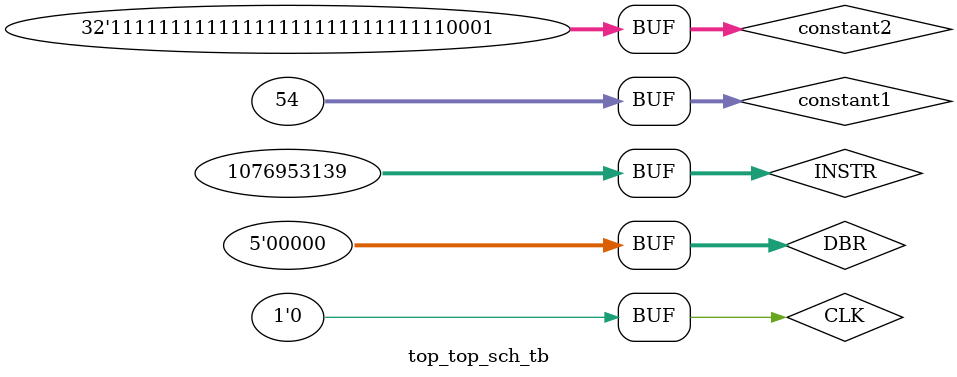
<source format=v>

`timescale 1ns / 1ps

module top_top_sch_tb();

// Inputs
   reg CLK;
   reg [31:0] INSTR;
   reg [4:0] DBR;

// Output
   wire [31:0] B;
   wire [31:0] A;
   wire [31:0] IMM;
   wire [4:0] AR;
   wire [4:0] BR;
   wire [4:0] AW;
   wire WE;
   wire [31:0] DBO;
   wire V;
   wire Z;
   wire N;
   wire C;
   wire [31:0] D;

// Bidirs

// Instantiate the UUT
   top UUT (
		.B(B), 
		.A(A), 
		.IMM(IMM), 
		.AR(AR), 
		.BR(BR), 
		.AW(AW), 
		.WE(WE), 
		.CLK(CLK), 
		.INSTR(INSTR), 
		.DBO(DBO), 
		.DBR(DBR), 
		.V(V), 
		.Z(Z), 
		.N(N), 
		.C(C), 
		.D(D)
   );
	
	// Instruction opcodes
	parameter LUI = 7'b0110111;
	parameter AUIPC = 7'b0010111;
	parameter JAL = 7'b1101111;
	parameter JALR = 7'b1100111;
	parameter BTYPE = 7'b1100011;
	parameter LOADS = 7'b0000011;
	parameter STORES = 7'b0100011;
	parameter ARITHM_I = 7'b0010011;
	parameter ARITHM_R = 7'b0110011;
	// Constants making up part of the instruction
	parameter FUNCT3_ADD_SUB = 3'b000;
	parameter FUNCT3_SLL = 3'b001;
	parameter FUNCT3_SLT = 3'b010;
	parameter FUNCT3_SLU = 3'b011;
	parameter FUNCT3_XOR = 3'b100;
	parameter FUNCT3_SRX = 3'b101;
	parameter FUNCT3_OR = 3'b110;
	parameter FUNCT3_AND = 3'b111;
	parameter FUNCT7_DEF = 7'b0000000;
	parameter FUNCT7_MOD = 7'b0100000;

	// ARITHM_I Instructions:
	// { [31:20] imm | [19:15] rs1 | [14:12] funct3 | [11:7] rd | [6:0] opcode }
	// ARITHM_R Instructions:
	// { [31:25] funct7 | [24:20] rs2 | [19:15] rs1 | [14:12] funct3 | [11:7] rd | [6:0] opcode }	
	
	parameter r0 = 5'b00000;
	parameter r1 = 5'b00001;
	parameter r2 = 5'b00010;
	parameter r3 = 5'b00011;
	integer constant1 = 54;
	integer constant2 = -15;
	
	always
	begin
		CLK = 1;
		#10;
		CLK = 0;
		#10;
	end
	
	initial begin
		#100;
		// check that r0 is always 0
		DBR = r0;
		#50;
		DBR = r1;
		// add constant to reg[0] (aka load into memory)
		INSTR = {constant1[11:0],r0,FUNCT3_ADD_SUB,r1,ARITHM_I};
		#50;
		DBR = r2;
		// add constant to reg[0] (aka load into memory)
		INSTR = {constant2[11:0],r0,FUNCT3_ADD_SUB,r2,ARITHM_I};
		#50;
		DBR = r3;
		// add r1 to r2, put into r3
		INSTR = {FUNCT7_DEF,r1,r2,FUNCT3_ADD_SUB,r3,ARITHM_R};
		#100;
		DBR = r1;
		// sub r3 from r2, put into r1
		INSTR = {FUNCT7_MOD,r3,r2,FUNCT3_ADD_SUB,r1,ARITHM_R};
		#100;
		DBR = r0;
		// try sub r3 from r2, put into r0 - check that 0 remains!
		INSTR = {FUNCT7_MOD,r3,r2,FUNCT3_ADD_SUB,r0,ARITHM_R};
	end
endmodule

</source>
